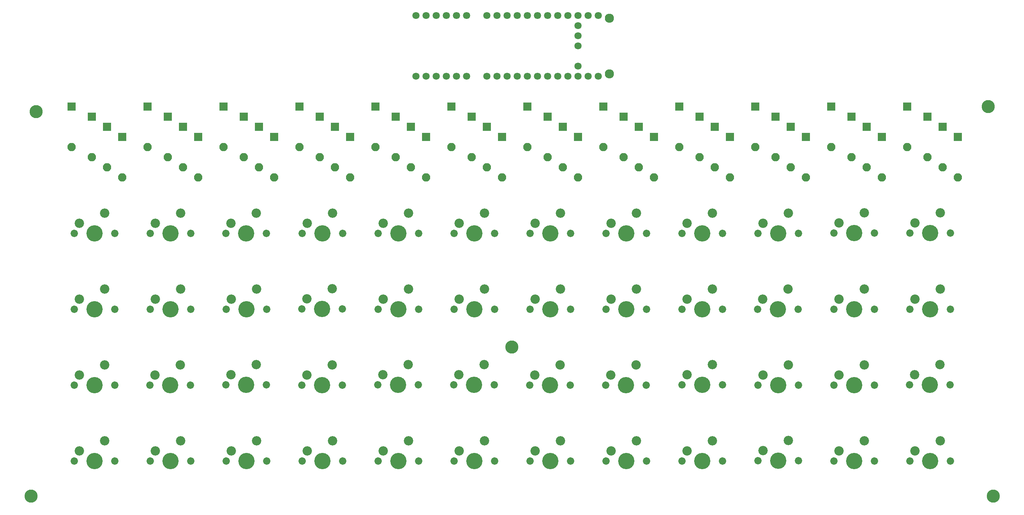
<source format=gbr>
%TF.GenerationSoftware,KiCad,Pcbnew,(5.1.6)-1*%
%TF.CreationDate,2020-05-24T16:15:15-05:00*%
%TF.ProjectId,cerkit_planck_proton,6365726b-6974-45f7-906c-616e636b5f70,rev?*%
%TF.SameCoordinates,Original*%
%TF.FileFunction,Soldermask,Bot*%
%TF.FilePolarity,Negative*%
%FSLAX46Y46*%
G04 Gerber Fmt 4.6, Leading zero omitted, Abs format (unit mm)*
G04 Created by KiCad (PCBNEW (5.1.6)-1) date 2020-05-24 16:15:15*
%MOMM*%
%LPD*%
G01*
G04 APERTURE LIST*
%ADD10C,1.800000*%
%ADD11C,2.300000*%
%ADD12O,2.100000X2.100000*%
%ADD13R,2.100000X2.100000*%
%ADD14C,1.850000*%
%ADD15C,2.350000*%
%ADD16C,4.087800*%
%ADD17C,3.300000*%
G04 APERTURE END LIST*
D10*
%TO.C,REF\u002A\u002A*%
X166380000Y-49525000D03*
X163840000Y-34310000D03*
D11*
X169204800Y-48915000D03*
X169204800Y-34919600D03*
D10*
X166380000Y-34310000D03*
X161300000Y-36850000D03*
X161300000Y-34310000D03*
X158760000Y-34310000D03*
X156220000Y-34310000D03*
X153680000Y-34310000D03*
X161300000Y-39390000D03*
X161300000Y-41930000D03*
X151140000Y-34310000D03*
X148600000Y-34310000D03*
X146060000Y-34310000D03*
X143520000Y-34310000D03*
X140980000Y-34310000D03*
X138440000Y-34310000D03*
X130820000Y-34310000D03*
X125740000Y-34310000D03*
X123200000Y-34310000D03*
X128280000Y-34310000D03*
X120660000Y-34310000D03*
X133360000Y-34310000D03*
X163840000Y-49525000D03*
X161300000Y-49525000D03*
X156220000Y-49525000D03*
X161300000Y-46985000D03*
X158760000Y-49525000D03*
X153680000Y-49525000D03*
X151140000Y-49525000D03*
X148600000Y-49525000D03*
X143520000Y-49525000D03*
X140980000Y-49525000D03*
X146060000Y-49525000D03*
X138440000Y-49525000D03*
X130820000Y-49525000D03*
X133360000Y-49525000D03*
X125740000Y-49525000D03*
X128280000Y-49525000D03*
X123200000Y-49525000D03*
X120660000Y-49525000D03*
%TD*%
D12*
%TO.C,REF\u002A\u002A*%
X34290000Y-67310000D03*
D13*
X34290000Y-57150000D03*
%TD*%
D14*
%TO.C,REF\u002A\u002A*%
X140345569Y-127024989D03*
X130185569Y-127024989D03*
D15*
X131455569Y-124484989D03*
D16*
X135265569Y-127024989D03*
D15*
X137805569Y-121944989D03*
%TD*%
D17*
%TO.C,REF\u002A\u002A*%
X144733644Y-117507381D03*
%TD*%
%TO.C,REF\u002A\u002A*%
X264160000Y-57150000D03*
%TD*%
%TO.C,REF\u002A\u002A*%
X25400000Y-58420000D03*
%TD*%
%TO.C,REF\u002A\u002A*%
X24130000Y-154940000D03*
%TD*%
%TO.C,REF\u002A\u002A*%
X265430000Y-154940000D03*
%TD*%
D13*
%TO.C,REF\u002A\u002A*%
X248920000Y-59690000D03*
D12*
X248920000Y-69850000D03*
%TD*%
D13*
%TO.C,REF\u002A\u002A*%
X243840000Y-57150000D03*
D12*
X243840000Y-67310000D03*
%TD*%
D13*
%TO.C,REF\u002A\u002A*%
X252730000Y-62230000D03*
D12*
X252730000Y-72390000D03*
%TD*%
D13*
%TO.C,REF\u002A\u002A*%
X256540000Y-64770000D03*
D12*
X256540000Y-74930000D03*
%TD*%
D13*
%TO.C,REF\u002A\u002A*%
X229870000Y-59690000D03*
D12*
X229870000Y-69850000D03*
%TD*%
D13*
%TO.C,REF\u002A\u002A*%
X224790000Y-57150000D03*
D12*
X224790000Y-67310000D03*
%TD*%
D13*
%TO.C,REF\u002A\u002A*%
X233680000Y-62230000D03*
D12*
X233680000Y-72390000D03*
%TD*%
D13*
%TO.C,REF\u002A\u002A*%
X237490000Y-64770000D03*
D12*
X237490000Y-74930000D03*
%TD*%
D13*
%TO.C,REF\u002A\u002A*%
X210820000Y-59690000D03*
D12*
X210820000Y-69850000D03*
%TD*%
D13*
%TO.C,REF\u002A\u002A*%
X205740000Y-57150000D03*
D12*
X205740000Y-67310000D03*
%TD*%
D13*
%TO.C,REF\u002A\u002A*%
X214630000Y-62230000D03*
D12*
X214630000Y-72390000D03*
%TD*%
D13*
%TO.C,REF\u002A\u002A*%
X218440000Y-64770000D03*
D12*
X218440000Y-74930000D03*
%TD*%
D13*
%TO.C,REF\u002A\u002A*%
X191770000Y-59690000D03*
D12*
X191770000Y-69850000D03*
%TD*%
D13*
%TO.C,REF\u002A\u002A*%
X186690000Y-57150000D03*
D12*
X186690000Y-67310000D03*
%TD*%
D13*
%TO.C,REF\u002A\u002A*%
X195580000Y-62230000D03*
D12*
X195580000Y-72390000D03*
%TD*%
D13*
%TO.C,REF\u002A\u002A*%
X199390000Y-64770000D03*
D12*
X199390000Y-74930000D03*
%TD*%
D13*
%TO.C,REF\u002A\u002A*%
X172720000Y-59690000D03*
D12*
X172720000Y-69850000D03*
%TD*%
D13*
%TO.C,REF\u002A\u002A*%
X167640000Y-57150000D03*
D12*
X167640000Y-67310000D03*
%TD*%
D13*
%TO.C,REF\u002A\u002A*%
X176530000Y-62230000D03*
D12*
X176530000Y-72390000D03*
%TD*%
D13*
%TO.C,REF\u002A\u002A*%
X180340000Y-64770000D03*
D12*
X180340000Y-74930000D03*
%TD*%
D13*
%TO.C,REF\u002A\u002A*%
X153670000Y-59690000D03*
D12*
X153670000Y-69850000D03*
%TD*%
D13*
%TO.C,REF\u002A\u002A*%
X148590000Y-57150000D03*
D12*
X148590000Y-67310000D03*
%TD*%
D13*
%TO.C,REF\u002A\u002A*%
X157480000Y-62230000D03*
D12*
X157480000Y-72390000D03*
%TD*%
D13*
%TO.C,REF\u002A\u002A*%
X161290000Y-64770000D03*
D12*
X161290000Y-74930000D03*
%TD*%
D13*
%TO.C,REF\u002A\u002A*%
X134620000Y-59690000D03*
D12*
X134620000Y-69850000D03*
%TD*%
D13*
%TO.C,REF\u002A\u002A*%
X129540000Y-57150000D03*
D12*
X129540000Y-67310000D03*
%TD*%
D13*
%TO.C,REF\u002A\u002A*%
X138430000Y-62230000D03*
D12*
X138430000Y-72390000D03*
%TD*%
D13*
%TO.C,REF\u002A\u002A*%
X142240000Y-64770000D03*
D12*
X142240000Y-74930000D03*
%TD*%
D13*
%TO.C,REF\u002A\u002A*%
X115570000Y-59690000D03*
D12*
X115570000Y-69850000D03*
%TD*%
D13*
%TO.C,REF\u002A\u002A*%
X110490000Y-57150000D03*
D12*
X110490000Y-67310000D03*
%TD*%
D13*
%TO.C,REF\u002A\u002A*%
X119380000Y-62230000D03*
D12*
X119380000Y-72390000D03*
%TD*%
D13*
%TO.C,REF\u002A\u002A*%
X123190000Y-64770000D03*
D12*
X123190000Y-74930000D03*
%TD*%
D13*
%TO.C,REF\u002A\u002A*%
X96520000Y-59690000D03*
D12*
X96520000Y-69850000D03*
%TD*%
D13*
%TO.C,REF\u002A\u002A*%
X91440000Y-57150000D03*
D12*
X91440000Y-67310000D03*
%TD*%
D13*
%TO.C,REF\u002A\u002A*%
X100330000Y-62230000D03*
D12*
X100330000Y-72390000D03*
%TD*%
D13*
%TO.C,REF\u002A\u002A*%
X104140000Y-64770000D03*
D12*
X104140000Y-74930000D03*
%TD*%
D13*
%TO.C,REF\u002A\u002A*%
X77470000Y-59690000D03*
D12*
X77470000Y-69850000D03*
%TD*%
D13*
%TO.C,REF\u002A\u002A*%
X72390000Y-57150000D03*
D12*
X72390000Y-67310000D03*
%TD*%
D13*
%TO.C,REF\u002A\u002A*%
X81280000Y-62230000D03*
D12*
X81280000Y-72390000D03*
%TD*%
D13*
%TO.C,REF\u002A\u002A*%
X85090000Y-64770000D03*
D12*
X85090000Y-74930000D03*
%TD*%
D13*
%TO.C,REF\u002A\u002A*%
X58420000Y-59690000D03*
D12*
X58420000Y-69850000D03*
%TD*%
D13*
%TO.C,REF\u002A\u002A*%
X53340000Y-57150000D03*
D12*
X53340000Y-67310000D03*
%TD*%
D13*
%TO.C,REF\u002A\u002A*%
X62230000Y-62230000D03*
D12*
X62230000Y-72390000D03*
%TD*%
D13*
%TO.C,REF\u002A\u002A*%
X66040000Y-64770000D03*
D12*
X66040000Y-74930000D03*
%TD*%
%TO.C,REF\u002A\u002A*%
X46990000Y-74930000D03*
D13*
X46990000Y-64770000D03*
%TD*%
D12*
%TO.C,REF\u002A\u002A*%
X43180000Y-72390000D03*
D13*
X43180000Y-62230000D03*
%TD*%
D12*
%TO.C,REF\u002A\u002A*%
X39370000Y-69850000D03*
D13*
X39370000Y-59690000D03*
%TD*%
D14*
%TO.C,REF\u002A\u002A*%
X121352004Y-88940058D03*
X111192004Y-88940058D03*
D15*
X112462004Y-86400058D03*
D16*
X116272004Y-88940058D03*
D15*
X118812004Y-83860058D03*
%TD*%
D14*
%TO.C,REF\u002A\u002A*%
X178440368Y-127052755D03*
X168280368Y-127052755D03*
D15*
X169550368Y-124512755D03*
D16*
X173360368Y-127052755D03*
D15*
X175900368Y-121972755D03*
%TD*%
D14*
%TO.C,REF\u002A\u002A*%
X197515533Y-127024989D03*
X187355533Y-127024989D03*
D15*
X188625533Y-124484989D03*
D16*
X192435533Y-127024989D03*
D15*
X194975533Y-121944989D03*
%TD*%
D14*
%TO.C,REF\u002A\u002A*%
X102277245Y-88940058D03*
X92117245Y-88940058D03*
D15*
X93387245Y-86400058D03*
D16*
X97197245Y-88940058D03*
D15*
X99737245Y-83860058D03*
%TD*%
D14*
%TO.C,REF\u002A\u002A*%
X159425487Y-107989188D03*
X149265487Y-107989188D03*
D15*
X150535487Y-105449188D03*
D16*
X154345487Y-107989188D03*
D15*
X156885487Y-102909188D03*
%TD*%
D14*
%TO.C,REF\u002A\u002A*%
X45136337Y-127069414D03*
X34976337Y-127069414D03*
D15*
X36246337Y-124529414D03*
D16*
X40056337Y-127069414D03*
D15*
X42596337Y-121989414D03*
%TD*%
D14*
%TO.C,REF\u002A\u002A*%
X64155971Y-127052755D03*
X53995971Y-127052755D03*
D15*
X55265971Y-124512755D03*
D16*
X59075971Y-127052755D03*
D15*
X61615971Y-121972755D03*
%TD*%
D14*
%TO.C,REF\u002A\u002A*%
X216556145Y-107989188D03*
X206396145Y-107989188D03*
D15*
X207666145Y-105449188D03*
D16*
X211476145Y-107989188D03*
D15*
X214016145Y-102909188D03*
%TD*%
D14*
%TO.C,REF\u002A\u002A*%
X197528196Y-108012593D03*
X187368196Y-108012593D03*
D15*
X188638196Y-105472593D03*
D16*
X192448196Y-108012593D03*
D15*
X194988196Y-102932593D03*
%TD*%
D14*
%TO.C,REF\u002A\u002A*%
X64199140Y-108019614D03*
X54039140Y-108019614D03*
D15*
X55309140Y-105479614D03*
D16*
X59119140Y-108019614D03*
D15*
X61659140Y-102939614D03*
%TD*%
D14*
%TO.C,REF\u002A\u002A*%
X83202486Y-88940058D03*
X73042486Y-88940058D03*
D15*
X74312486Y-86400058D03*
D16*
X78122486Y-88940058D03*
D15*
X80662486Y-83860058D03*
%TD*%
D14*
%TO.C,REF\u002A\u002A*%
X64197941Y-88940058D03*
X54037941Y-88940058D03*
D15*
X55307941Y-86400058D03*
D16*
X59117941Y-88940058D03*
D15*
X61657941Y-83860058D03*
%TD*%
D14*
%TO.C,REF\u002A\u002A*%
X45146586Y-88963463D03*
X34986586Y-88963463D03*
D15*
X36256586Y-86423463D03*
D16*
X40066586Y-88963463D03*
D15*
X42606586Y-83883463D03*
%TD*%
D14*
%TO.C,REF\u002A\u002A*%
X140379954Y-88940058D03*
X130219954Y-88940058D03*
D15*
X131489954Y-86400058D03*
D16*
X135299954Y-88940058D03*
D15*
X137839954Y-83860058D03*
%TD*%
D14*
%TO.C,REF\u002A\u002A*%
X254680002Y-146110448D03*
X244520002Y-146110448D03*
D15*
X245790002Y-143570448D03*
D16*
X249600002Y-146110448D03*
D15*
X252140002Y-141030448D03*
%TD*%
D14*
%TO.C,REF\u002A\u002A*%
X178485776Y-146110448D03*
X168325776Y-146110448D03*
D15*
X169595776Y-143570448D03*
D16*
X173405776Y-146110448D03*
D15*
X175945776Y-141030448D03*
%TD*%
D14*
%TO.C,REF\u002A\u002A*%
X216571320Y-146064172D03*
X206411320Y-146064172D03*
D15*
X207681320Y-143524172D03*
D16*
X211491320Y-146064172D03*
D15*
X214031320Y-140984172D03*
%TD*%
D14*
%TO.C,REF\u002A\u002A*%
X159419866Y-146133587D03*
X149259866Y-146133587D03*
D15*
X150529866Y-143593587D03*
D16*
X154339866Y-146133587D03*
D15*
X156879866Y-141053587D03*
%TD*%
D14*
%TO.C,REF\u002A\u002A*%
X102268412Y-146110448D03*
X92108412Y-146110448D03*
D15*
X93378412Y-143570448D03*
D16*
X97188412Y-146110448D03*
D15*
X99728412Y-141030448D03*
%TD*%
D14*
%TO.C,REF\u002A\u002A*%
X140377094Y-146110448D03*
X130217094Y-146110448D03*
D15*
X131487094Y-143570448D03*
D16*
X135297094Y-146110448D03*
D15*
X137837094Y-141030448D03*
%TD*%
D14*
%TO.C,REF\u002A\u002A*%
X121311184Y-146133587D03*
X111151184Y-146133587D03*
D15*
X112421184Y-143593587D03*
D16*
X116231184Y-146133587D03*
D15*
X118771184Y-141053587D03*
%TD*%
D14*
%TO.C,REF\u002A\u002A*%
X235614092Y-146087310D03*
X225454092Y-146087310D03*
D15*
X226724092Y-143547310D03*
D16*
X230534092Y-146087310D03*
D15*
X233074092Y-141007310D03*
%TD*%
D14*
%TO.C,REF\u002A\u002A*%
X197528548Y-146110448D03*
X187368548Y-146110448D03*
D15*
X188638548Y-143570448D03*
D16*
X192448548Y-146110448D03*
D15*
X194988548Y-141030448D03*
%TD*%
D14*
%TO.C,REF\u002A\u002A*%
X83248778Y-146133587D03*
X73088778Y-146133587D03*
D15*
X74358778Y-143593587D03*
D16*
X78168778Y-146133587D03*
D15*
X80708778Y-141053587D03*
%TD*%
D14*
%TO.C,REF\u002A\u002A*%
X64206007Y-146110448D03*
X54046007Y-146110448D03*
D15*
X55316007Y-143570448D03*
D16*
X59126007Y-146110448D03*
D15*
X61666007Y-141030448D03*
%TD*%
D14*
%TO.C,REF\u002A\u002A*%
X45116958Y-146110448D03*
X34956958Y-146110448D03*
D15*
X36226958Y-143570448D03*
D16*
X40036958Y-146110448D03*
D15*
X42576958Y-141030448D03*
%TD*%
D14*
%TO.C,REF\u002A\u002A*%
X254657732Y-127024989D03*
X244497732Y-127024989D03*
D15*
X245767732Y-124484989D03*
D16*
X249577732Y-127024989D03*
D15*
X252117732Y-121944989D03*
%TD*%
D14*
%TO.C,REF\u002A\u002A*%
X216562933Y-127052755D03*
X206402933Y-127052755D03*
D15*
X207672933Y-124512755D03*
D16*
X211482933Y-127052755D03*
D15*
X214022933Y-121972755D03*
%TD*%
D14*
%TO.C,REF\u002A\u002A*%
X159392968Y-127052755D03*
X149232968Y-127052755D03*
D15*
X150502968Y-124512755D03*
D16*
X154312968Y-127052755D03*
D15*
X156852968Y-121972755D03*
%TD*%
D14*
%TO.C,REF\u002A\u002A*%
X235610332Y-127052755D03*
X225450332Y-127052755D03*
D15*
X226720332Y-124512755D03*
D16*
X230530332Y-127052755D03*
D15*
X233070332Y-121972755D03*
%TD*%
D14*
%TO.C,REF\u002A\u002A*%
X254658854Y-107989188D03*
X244498854Y-107989188D03*
D15*
X245768854Y-105449188D03*
D16*
X249578854Y-107989188D03*
D15*
X252118854Y-102909188D03*
%TD*%
D14*
%TO.C,REF\u002A\u002A*%
X235630905Y-107989188D03*
X225470905Y-107989188D03*
D15*
X226740905Y-105449188D03*
D16*
X230550905Y-107989188D03*
D15*
X233090905Y-102909188D03*
%TD*%
D14*
%TO.C,REF\u002A\u002A*%
X83203370Y-127024989D03*
X73043370Y-127024989D03*
D15*
X74313370Y-124484989D03*
D16*
X78123370Y-127024989D03*
D15*
X80663370Y-121944989D03*
%TD*%
D14*
%TO.C,REF\u002A\u002A*%
X121298169Y-127024989D03*
X111138169Y-127024989D03*
D15*
X112408169Y-124484989D03*
D16*
X116218169Y-127024989D03*
D15*
X118758169Y-121944989D03*
%TD*%
D14*
%TO.C,REF\u002A\u002A*%
X102250770Y-127052755D03*
X92090770Y-127052755D03*
D15*
X93360770Y-124512755D03*
D16*
X97170770Y-127052755D03*
D15*
X99710770Y-121972755D03*
%TD*%
D14*
%TO.C,REF\u002A\u002A*%
X102248019Y-107965783D03*
X92088019Y-107965783D03*
D15*
X93358019Y-105425783D03*
D16*
X97168019Y-107965783D03*
D15*
X99708019Y-102885783D03*
%TD*%
D14*
%TO.C,REF\u002A\u002A*%
X140374132Y-107989188D03*
X130214132Y-107989188D03*
D15*
X131484132Y-105449188D03*
D16*
X135294132Y-107989188D03*
D15*
X137834132Y-102909188D03*
%TD*%
D14*
%TO.C,REF\u002A\u002A*%
X121346182Y-107989188D03*
X111186182Y-107989188D03*
D15*
X112456182Y-105449188D03*
D16*
X116266182Y-107989188D03*
D15*
X118806182Y-102909188D03*
%TD*%
D14*
%TO.C,REF\u002A\u002A*%
X45124381Y-107996209D03*
X34964381Y-107996209D03*
D15*
X36234381Y-105456209D03*
D16*
X40044381Y-107996209D03*
D15*
X42584381Y-102916209D03*
%TD*%
D14*
%TO.C,REF\u002A\u002A*%
X254664676Y-88916654D03*
X244504676Y-88916654D03*
D15*
X245774676Y-86376654D03*
D16*
X249584676Y-88916654D03*
D15*
X252124676Y-83836654D03*
%TD*%
D14*
%TO.C,REF\u002A\u002A*%
X216561968Y-88940058D03*
X206401968Y-88940058D03*
D15*
X207671968Y-86400058D03*
D16*
X211481968Y-88940058D03*
D15*
X214021968Y-83860058D03*
%TD*%
D14*
%TO.C,REF\u002A\u002A*%
X235636727Y-88916654D03*
X225476727Y-88916654D03*
D15*
X226746727Y-86376654D03*
D16*
X230556727Y-88916654D03*
D15*
X233096727Y-83836654D03*
%TD*%
D14*
%TO.C,REF\u002A\u002A*%
X178476841Y-107989188D03*
X168316841Y-107989188D03*
D15*
X169586841Y-105449188D03*
D16*
X173396841Y-107989188D03*
D15*
X175936841Y-102909188D03*
%TD*%
D14*
%TO.C,REF\u002A\u002A*%
X83250495Y-107996209D03*
X73090495Y-107996209D03*
D15*
X74360495Y-105456209D03*
D16*
X78170495Y-107996209D03*
D15*
X80710495Y-102916209D03*
%TD*%
D14*
%TO.C,REF\u002A\u002A*%
X159454713Y-88940058D03*
X149294713Y-88940058D03*
D15*
X150564713Y-86400058D03*
D16*
X154374713Y-88940058D03*
D15*
X156914713Y-83860058D03*
%TD*%
D14*
%TO.C,REF\u002A\u002A*%
X197510613Y-88940058D03*
X187350613Y-88940058D03*
D15*
X188620613Y-86400058D03*
D16*
X192430613Y-88940058D03*
D15*
X194970613Y-83860058D03*
%TD*%
D14*
%TO.C,REF\u002A\u002A*%
X178482663Y-88940058D03*
X168322663Y-88940058D03*
D15*
X169592663Y-86400058D03*
D16*
X173402663Y-88940058D03*
D15*
X175942663Y-83860058D03*
%TD*%
M02*

</source>
